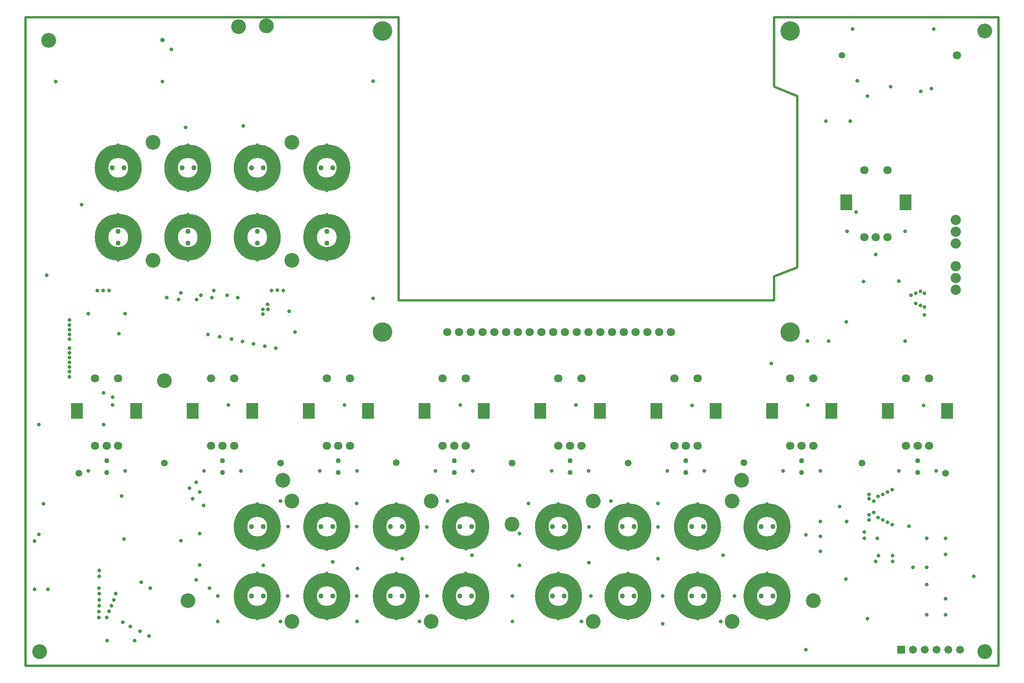
<source format=gts>
%FSLAX25Y25*%
%MOIN*%
G70*
G01*
G75*
G04 Layer_Color=8388736*
%ADD10C,0.01181*%
%ADD11C,0.00787*%
%ADD12C,0.01575*%
%ADD13C,0.01000*%
%ADD14C,0.01969*%
%ADD15C,0.03543*%
%ADD16C,0.01575*%
%ADD17C,0.11811*%
%ADD18C,0.15748*%
%ADD19C,0.06299*%
%ADD20C,0.04724*%
%ADD21R,0.09449X0.12598*%
%ADD22C,0.05906*%
%ADD23R,0.05906X0.05906*%
%ADD24C,0.07874*%
%ADD25C,0.02362*%
%ADD26C,0.03150*%
%ADD27C,0.05000*%
%ADD28R,0.06890X0.13386*%
%ADD29R,0.06693X0.04921*%
%ADD30R,0.04921X0.06693*%
%ADD31R,0.04803X0.03583*%
%ADD32R,0.03583X0.04803*%
%ADD33R,0.07874X0.02362*%
%ADD34O,0.07874X0.02362*%
%ADD35R,0.07874X0.21654*%
%ADD36R,0.02756X0.09843*%
%ADD37R,0.02559X0.13780*%
%ADD38R,0.04331X0.14921*%
%ADD39R,0.10630X0.11811*%
%ADD40R,0.03937X0.01181*%
%ADD41O,0.03937X0.01181*%
%ADD42R,0.06299X0.06299*%
%ADD43R,0.04331X0.06299*%
%ADD44O,0.02362X0.07874*%
%ADD45R,0.02362X0.07874*%
%ADD46R,0.13386X0.06890*%
%ADD47R,0.06575X0.06496*%
%ADD48R,0.06496X0.06575*%
%ADD49R,0.06299X0.12598*%
%ADD50R,0.33465X0.41732*%
%ADD51R,0.13386X0.03937*%
%ADD52C,0.02362*%
%ADD53C,0.11811*%
%ADD54C,0.04343*%
%ADD55C,0.02375*%
%ADD56C,0.12611*%
%ADD57C,0.16548*%
%ADD58C,0.07099*%
%ADD59C,0.05524*%
%ADD60R,0.10249X0.13398*%
%ADD61C,0.06706*%
%ADD62R,0.06706X0.06706*%
%ADD63C,0.08674*%
%ADD64C,0.03162*%
%ADD65C,0.03950*%
%ADD66C,0.05800*%
D14*
X-0Y551181D02*
X-0D01*
Y0D02*
Y551181D01*
Y0D02*
X826772D01*
Y551181D01*
X635827D02*
X826772D01*
X635827Y492126D02*
Y551181D01*
X316929Y310630D02*
X635827D01*
X316929D02*
X316929D01*
X316929D02*
Y551181D01*
X-0Y551181D02*
X316929D01*
X655512Y338583D02*
Y484252D01*
X635827Y492126D02*
X655512Y484252D01*
X635827Y310630D02*
Y330709D01*
X635827Y330709D02*
X655512Y338583D01*
D53*
X388189Y59055D02*
G03*
X388189Y59055I-14173J0D01*
G01*
X329134D02*
G03*
X329134Y59055I-14173J0D01*
G01*
X270079D02*
G03*
X270079Y59055I-14173J0D01*
G01*
X92913Y364173D02*
G03*
X92913Y364173I-14173J0D01*
G01*
X211024Y59055D02*
G03*
X211024Y59055I-14173J0D01*
G01*
X270079Y423228D02*
G03*
X270079Y423228I-14173J0D01*
G01*
X644095Y118110D02*
G03*
X644095Y118110I-14173J0D01*
G01*
X211024Y423228D02*
G03*
X211024Y423228I-14173J0D01*
G01*
X585039Y118110D02*
G03*
X585039Y118110I-14173J0D01*
G01*
X151969Y423228D02*
G03*
X151969Y423228I-14173J0D01*
G01*
X92913D02*
G03*
X92913Y423228I-14173J0D01*
G01*
X466929Y118110D02*
G03*
X466929Y118110I-14173J0D01*
G01*
X644095Y59055D02*
G03*
X644095Y59055I-14173J0D01*
G01*
X585039D02*
G03*
X585039Y59055I-14173J0D01*
G01*
X329134Y118110D02*
G03*
X329134Y118110I-14173J0D01*
G01*
X525984Y59055D02*
G03*
X525984Y59055I-14173J0D01*
G01*
X270079Y118110D02*
G03*
X270079Y118110I-14173J0D01*
G01*
X466929Y59055D02*
G03*
X466929Y59055I-14173J0D01*
G01*
X211024Y118110D02*
G03*
X211024Y118110I-14173J0D01*
G01*
X388189Y118504D02*
G03*
X388189Y118504I-14173J0D01*
G01*
X525984Y118110D02*
G03*
X525984Y118110I-14173J0D01*
G01*
X151969Y364173D02*
G03*
X151969Y364173I-14173J0D01*
G01*
X211024D02*
G03*
X211024Y364173I-14173J0D01*
G01*
X270079D02*
G03*
X270079Y364173I-14173J0D01*
G01*
D54*
X757874Y164292D02*
D03*
Y174292D02*
D03*
X255906Y369173D02*
D03*
Y359173D02*
D03*
X634921Y59055D02*
D03*
X624921D02*
D03*
X634921Y118110D02*
D03*
X624921D02*
D03*
X659449Y164292D02*
D03*
Y174292D02*
D03*
X196851Y369173D02*
D03*
Y359173D02*
D03*
X575866Y59055D02*
D03*
X565866D02*
D03*
X575866Y118110D02*
D03*
X565866D02*
D03*
X561024Y164292D02*
D03*
Y174292D02*
D03*
X137795Y369173D02*
D03*
Y359173D02*
D03*
X516811Y59055D02*
D03*
X506811D02*
D03*
X516811Y118110D02*
D03*
X506811D02*
D03*
X462599Y164292D02*
D03*
Y174292D02*
D03*
X78740Y369173D02*
D03*
Y359173D02*
D03*
X457756Y59055D02*
D03*
X447756D02*
D03*
X457756Y118110D02*
D03*
X447756D02*
D03*
X364173Y164292D02*
D03*
Y174292D02*
D03*
X260906Y423229D02*
D03*
X250906D02*
D03*
X379016Y59055D02*
D03*
X369016D02*
D03*
X379016Y118110D02*
D03*
X369016D02*
D03*
X265748Y164292D02*
D03*
Y174292D02*
D03*
X201851Y423229D02*
D03*
X191850D02*
D03*
X319961Y59055D02*
D03*
X309961D02*
D03*
X319961Y118110D02*
D03*
X309961D02*
D03*
X167323Y164292D02*
D03*
Y174292D02*
D03*
X142795Y423229D02*
D03*
X132795D02*
D03*
X260906Y59055D02*
D03*
X250906D02*
D03*
X260906Y118110D02*
D03*
X250906D02*
D03*
X68898Y164292D02*
D03*
Y174292D02*
D03*
X83740Y423229D02*
D03*
X73740D02*
D03*
X201851Y59055D02*
D03*
X191850D02*
D03*
X201851Y118110D02*
D03*
X191850D02*
D03*
D55*
X374016Y78740D02*
D03*
Y39370D02*
D03*
X314961Y78740D02*
D03*
Y39370D02*
D03*
X255906Y78740D02*
D03*
Y39370D02*
D03*
X78740Y383858D02*
D03*
Y344488D02*
D03*
X196850Y78740D02*
D03*
Y39370D02*
D03*
X255906Y403543D02*
D03*
Y442913D02*
D03*
X629921Y98425D02*
D03*
Y137795D02*
D03*
X196850Y403543D02*
D03*
Y442913D02*
D03*
X570866Y98425D02*
D03*
Y137795D02*
D03*
X137795Y403543D02*
D03*
Y442913D02*
D03*
X78740Y403543D02*
D03*
Y442913D02*
D03*
X452756Y98425D02*
D03*
Y137795D02*
D03*
X629921Y78740D02*
D03*
Y39370D02*
D03*
X570866Y78740D02*
D03*
Y39370D02*
D03*
X314961Y98425D02*
D03*
Y137795D02*
D03*
X511811Y78740D02*
D03*
Y39370D02*
D03*
X255906Y98425D02*
D03*
Y137795D02*
D03*
X452756Y78740D02*
D03*
Y39370D02*
D03*
X196850Y98425D02*
D03*
Y137795D02*
D03*
X374016Y98819D02*
D03*
Y138189D02*
D03*
X511811Y98425D02*
D03*
Y137795D02*
D03*
X137795Y383858D02*
D03*
Y344488D02*
D03*
X196850Y383858D02*
D03*
Y344488D02*
D03*
X255906Y383858D02*
D03*
Y344488D02*
D03*
D56*
X118110Y242126D02*
D03*
X600394Y139764D02*
D03*
Y37402D02*
D03*
X344488Y139764D02*
D03*
X669291Y55118D02*
D03*
X608268Y157480D02*
D03*
X413386Y120079D02*
D03*
X218504Y157480D02*
D03*
X137795Y55118D02*
D03*
X108268Y444882D02*
D03*
X226378D02*
D03*
Y344488D02*
D03*
X108268D02*
D03*
X482283Y139764D02*
D03*
Y37402D02*
D03*
X344488D02*
D03*
X226378D02*
D03*
Y139764D02*
D03*
X19685Y531496D02*
D03*
X11811Y11811D02*
D03*
X814961D02*
D03*
Y539370D02*
D03*
X204724Y543701D02*
D03*
X181102Y543307D02*
D03*
D57*
X303150Y539370D02*
D03*
Y283465D02*
D03*
X649606D02*
D03*
Y539370D02*
D03*
D58*
X358378Y283417D02*
D03*
X368378D02*
D03*
X378378D02*
D03*
X388378D02*
D03*
X398378D02*
D03*
X408378D02*
D03*
X418378D02*
D03*
X428378D02*
D03*
X438378D02*
D03*
X448378D02*
D03*
X458378D02*
D03*
X468378D02*
D03*
X478378D02*
D03*
X488378D02*
D03*
X498378D02*
D03*
X508378D02*
D03*
X518378D02*
D03*
X528378D02*
D03*
X538378D02*
D03*
X548378D02*
D03*
X791339Y518898D02*
D03*
X59055Y187008D02*
D03*
X78740D02*
D03*
X68898D02*
D03*
X78740Y244095D02*
D03*
X59055D02*
D03*
X157480Y187008D02*
D03*
X177165D02*
D03*
X167323D02*
D03*
X177165Y244095D02*
D03*
X157480D02*
D03*
X255906Y187008D02*
D03*
X275591D02*
D03*
X265748D02*
D03*
X275591Y244095D02*
D03*
X255906D02*
D03*
X354331Y187008D02*
D03*
X374016D02*
D03*
X364173D02*
D03*
X374016Y244095D02*
D03*
X354331D02*
D03*
X452756Y187008D02*
D03*
X472441D02*
D03*
X462599D02*
D03*
X472441Y244095D02*
D03*
X452756D02*
D03*
X551181Y187008D02*
D03*
X570866D02*
D03*
X561024D02*
D03*
X570866Y244095D02*
D03*
X551181D02*
D03*
X649606Y187008D02*
D03*
X669291D02*
D03*
X659449D02*
D03*
X669291Y244095D02*
D03*
X649606D02*
D03*
X748032Y187008D02*
D03*
X767717D02*
D03*
X757874D02*
D03*
X767717Y244095D02*
D03*
X748032D02*
D03*
X712599Y364173D02*
D03*
X732283D02*
D03*
X722441D02*
D03*
X732283Y421260D02*
D03*
X712599D02*
D03*
D59*
X693701Y518898D02*
D03*
D60*
X43701Y216536D02*
D03*
X94095D02*
D03*
X142126D02*
D03*
X192520D02*
D03*
X240551D02*
D03*
X290945D02*
D03*
X338977D02*
D03*
X389370D02*
D03*
X437402D02*
D03*
X487795D02*
D03*
X535827D02*
D03*
X586221D02*
D03*
X634252D02*
D03*
X684646D02*
D03*
X732677D02*
D03*
X783071D02*
D03*
X697244Y393701D02*
D03*
X747638D02*
D03*
D61*
X794095Y13386D02*
D03*
X784094D02*
D03*
X774094D02*
D03*
X764094D02*
D03*
X754095D02*
D03*
D62*
X744095D02*
D03*
D63*
X790158Y378898D02*
D03*
Y368898D02*
D03*
Y358898D02*
D03*
Y339528D02*
D03*
Y329528D02*
D03*
Y319528D02*
D03*
D64*
X691732Y135039D02*
D03*
X697638Y122441D02*
D03*
X675197Y109843D02*
D03*
X81496Y144095D02*
D03*
X679921Y462992D02*
D03*
X747244Y275984D02*
D03*
X682283D02*
D03*
X664173D02*
D03*
X633760Y256792D02*
D03*
X18110Y331890D02*
D03*
X675197Y122441D02*
D03*
X419685Y112205D02*
D03*
X427165Y137795D02*
D03*
X47638Y391732D02*
D03*
X497244Y139764D02*
D03*
X358268D02*
D03*
X216535D02*
D03*
X163386Y37402D02*
D03*
X216535D02*
D03*
X281496D02*
D03*
X334646D02*
D03*
X472441D02*
D03*
X413779D02*
D03*
X590551D02*
D03*
X15354Y137402D02*
D03*
X131890Y106103D02*
D03*
X83465Y107481D02*
D03*
X723622Y108268D02*
D03*
X662992Y111024D02*
D03*
Y13386D02*
D03*
X537402Y137795D02*
D03*
X537303Y118012D02*
D03*
X478642D02*
D03*
X340846D02*
D03*
X281398Y137697D02*
D03*
Y118110D02*
D03*
X222835D02*
D03*
X139370Y150788D02*
D03*
X142126Y141733D02*
D03*
X144882Y72835D02*
D03*
X148032Y147638D02*
D03*
X144882Y155906D02*
D03*
X105906Y65748D02*
D03*
X148032Y85433D02*
D03*
X156299Y65748D02*
D03*
X592520Y93701D02*
D03*
X69291Y21260D02*
D03*
X92520D02*
D03*
X765748Y83465D02*
D03*
Y108268D02*
D03*
X781496D02*
D03*
Y94488D02*
D03*
Y56693D02*
D03*
Y43307D02*
D03*
X765748D02*
D03*
Y68898D02*
D03*
X706693Y497244D02*
D03*
X66142Y204725D02*
D03*
Y231890D02*
D03*
X74016Y228347D02*
D03*
X11417Y204725D02*
D03*
X773622Y165355D02*
D03*
X105118Y25197D02*
D03*
X97244Y29134D02*
D03*
X53150Y299213D02*
D03*
X84646D02*
D03*
X120079Y312992D02*
D03*
X37402Y293701D02*
D03*
Y245670D02*
D03*
Y250000D02*
D03*
Y253937D02*
D03*
Y257874D02*
D03*
Y277559D02*
D03*
Y261811D02*
D03*
Y269685D02*
D03*
Y265748D02*
D03*
X82677Y37008D02*
D03*
X76772Y61024D02*
D03*
X74803Y55906D02*
D03*
X72835Y50788D02*
D03*
X70866Y46063D02*
D03*
X68898Y40945D02*
D03*
X74016Y221654D02*
D03*
X37402Y281496D02*
D03*
Y285433D02*
D03*
Y289370D02*
D03*
X62599Y75984D02*
D03*
Y80709D02*
D03*
X11417Y111417D02*
D03*
X25591Y496457D02*
D03*
X7480Y105906D02*
D03*
X88976Y33071D02*
D03*
X295276Y496851D02*
D03*
Y312205D02*
D03*
X79134Y282284D02*
D03*
X180315Y312992D02*
D03*
X171260Y314961D02*
D03*
X62165Y40906D02*
D03*
X62441Y65906D02*
D03*
X148032Y112205D02*
D03*
X219016Y319016D02*
D03*
X214016Y319134D02*
D03*
X209016Y318937D02*
D03*
X98425Y70866D02*
D03*
X62599Y50788D02*
D03*
X163287Y59154D02*
D03*
X62362Y45906D02*
D03*
X62598Y55906D02*
D03*
X62599Y61024D02*
D03*
X151181Y136221D02*
D03*
X229016Y283465D02*
D03*
X70984Y319016D02*
D03*
X65984Y318898D02*
D03*
X60984Y318937D02*
D03*
X340846Y59154D02*
D03*
X281398Y59154D02*
D03*
X222736Y59154D02*
D03*
X172441Y221654D02*
D03*
X270866D02*
D03*
X369291D02*
D03*
X467717D02*
D03*
X566142Y221260D02*
D03*
X664567Y221654D02*
D03*
X762992Y221260D02*
D03*
X541339Y35433D02*
D03*
X602362Y59055D02*
D03*
X541339D02*
D03*
X480315D02*
D03*
X413779D02*
D03*
X771654Y541339D02*
D03*
X702756D02*
D03*
X185039Y458957D02*
D03*
X135827Y457480D02*
D03*
X124016Y524016D02*
D03*
X116142Y496457D02*
D03*
X697244Y292126D02*
D03*
X84646Y165355D02*
D03*
X53150D02*
D03*
X151575D02*
D03*
X183071D02*
D03*
X281496D02*
D03*
X348425D02*
D03*
X379921D02*
D03*
X446850D02*
D03*
X478346D02*
D03*
X545276D02*
D03*
X576772D02*
D03*
X643701D02*
D03*
X675197D02*
D03*
X742126D02*
D03*
X250000D02*
D03*
X203150Y271654D02*
D03*
X193701Y273622D02*
D03*
X212598Y269685D02*
D03*
X184252Y275591D02*
D03*
X174803Y277559D02*
D03*
X164961Y279528D02*
D03*
X155118Y281496D02*
D03*
X159843Y318898D02*
D03*
X158268Y312992D02*
D03*
X148819Y314961D02*
D03*
X145276Y311024D02*
D03*
X131890Y316929D02*
D03*
X129921Y311024D02*
D03*
X805512Y75985D02*
D03*
X736221Y149607D02*
D03*
X716536Y141733D02*
D03*
X720472Y130315D02*
D03*
X716536Y128347D02*
D03*
X728346Y145669D02*
D03*
X720472Y139764D02*
D03*
X732283Y147638D02*
D03*
X716536Y124016D02*
D03*
Y145669D02*
D03*
X728346Y123885D02*
D03*
X724409Y143701D02*
D03*
Y125984D02*
D03*
X732283Y121785D02*
D03*
X736221Y119685D02*
D03*
X712599Y108268D02*
D03*
X756299Y316536D02*
D03*
Y307874D02*
D03*
X769685Y490551D02*
D03*
X700787Y462992D02*
D03*
X722441Y349606D02*
D03*
X760630Y488189D02*
D03*
X735039Y492126D02*
D03*
X715354Y484252D02*
D03*
X711811Y326477D02*
D03*
X715256Y39961D02*
D03*
X675197Y97244D02*
D03*
X760236Y306299D02*
D03*
X763780Y304725D02*
D03*
Y298032D02*
D03*
X760236Y318110D02*
D03*
X201969Y85335D02*
D03*
X281890Y82677D02*
D03*
X419587Y85335D02*
D03*
X478740Y87402D02*
D03*
X379134Y93701D02*
D03*
X261024Y88189D02*
D03*
X320079Y90945D02*
D03*
X537402D02*
D03*
X7480Y64961D02*
D03*
X18898D02*
D03*
X742126Y326772D02*
D03*
X224016Y301181D02*
D03*
X205906Y302756D02*
D03*
X201575D02*
D03*
X205512Y307087D02*
D03*
X201575Y298819D02*
D03*
X752362Y314961D02*
D03*
X736614Y88504D02*
D03*
Y93504D02*
D03*
X724607D02*
D03*
X722441Y88504D02*
D03*
X753898Y83504D02*
D03*
X696969Y73504D02*
D03*
X712599Y113386D02*
D03*
X705512Y385433D02*
D03*
X698032Y369291D02*
D03*
X747244D02*
D03*
X750787Y118504D02*
D03*
X763779Y316535D02*
D03*
D65*
X116142Y531890D02*
D03*
D66*
X781495Y163386D02*
D03*
X118110Y172047D02*
D03*
X216535Y172343D02*
D03*
X314961Y172441D02*
D03*
X413386Y172343D02*
D03*
X511811Y172343D02*
D03*
X610236Y172441D02*
D03*
X710630Y172343D02*
D03*
X45276Y163386D02*
D03*
M02*

</source>
